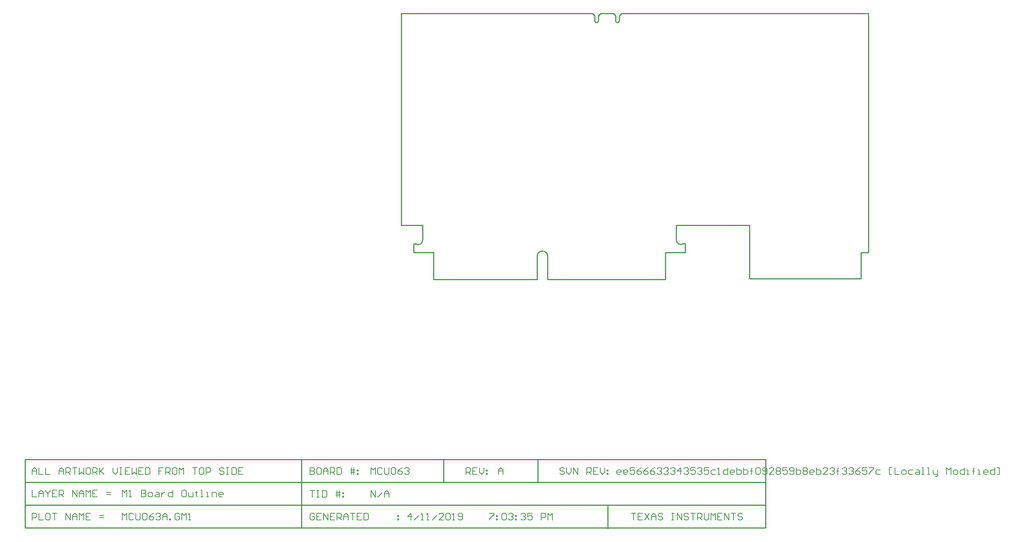
<source format=gm1>
G04*
G04 #@! TF.GenerationSoftware,Altium Limited,Altium Designer,18.1.9 (240)*
G04*
G04 Layer_Color=11296232*
%FSAX25Y25*%
%MOIN*%
G70*
G01*
G75*
%ADD14C,0.00394*%
%ADD15C,0.00800*%
%ADD16C,0.01000*%
G54D14*
X0191079Y0230504D02*
G03*
X0194622Y0230504I0001772J0000000D01*
G01*
X0172378D02*
G03*
X0175921Y0230504I0001772J0000000D01*
G01*
X0000001Y0183378D02*
Y0230622D01*
X0196591Y0237000D02*
X0204169D01*
X0194622Y0235032D02*
X0196591Y0237000D01*
X0189012D02*
X0189110D01*
X0191079Y0235032D01*
X0194622Y0230504D02*
Y0235032D01*
X0191079Y0230504D02*
Y0235032D01*
X0177988Y0237000D02*
X0189012D01*
X0177890D02*
X0177988D01*
X0175921Y0235032D02*
X0177890Y0237000D01*
X0175921Y0230504D02*
Y0235032D01*
X0170409Y0237000D02*
X0172378Y0235032D01*
Y0230504D02*
Y0235032D01*
X0162831Y0237000D02*
X0170409D01*
G54D15*
X-0248386Y-0194578D02*
Y-0188580D01*
X-0246387Y-0190579D01*
X-0244388Y-0188580D01*
Y-0194578D01*
X-0242388D02*
X-0240389D01*
X-0241389D01*
Y-0188580D01*
X-0242388Y-0189579D01*
X-0231392Y-0188580D02*
Y-0194578D01*
X-0228393D01*
X-0227393Y-0193578D01*
Y-0192579D01*
X-0228393Y-0191579D01*
X-0231392D01*
X-0228393D01*
X-0227393Y-0190579D01*
Y-0189579D01*
X-0228393Y-0188580D01*
X-0231392D01*
X-0224394Y-0194578D02*
X-0222395D01*
X-0221395Y-0193578D01*
Y-0191579D01*
X-0222395Y-0190579D01*
X-0224394D01*
X-0225394Y-0191579D01*
Y-0193578D01*
X-0224394Y-0194578D01*
X-0218396Y-0190579D02*
X-0216397D01*
X-0215397Y-0191579D01*
Y-0194578D01*
X-0218396D01*
X-0219396Y-0193578D01*
X-0218396Y-0192579D01*
X-0215397D01*
X-0213398Y-0190579D02*
Y-0194578D01*
Y-0192579D01*
X-0212398Y-0191579D01*
X-0211398Y-0190579D01*
X-0210399D01*
X-0203401Y-0188580D02*
Y-0194578D01*
X-0206400D01*
X-0207400Y-0193578D01*
Y-0191579D01*
X-0206400Y-0190579D01*
X-0203401D01*
X-0192404Y-0188580D02*
X-0194404D01*
X-0195404Y-0189579D01*
Y-0193578D01*
X-0194404Y-0194578D01*
X-0192404D01*
X-0191405Y-0193578D01*
Y-0189579D01*
X-0192404Y-0188580D01*
X-0189406Y-0190579D02*
Y-0193578D01*
X-0188406Y-0194578D01*
X-0185407D01*
Y-0190579D01*
X-0182408Y-0189579D02*
Y-0190579D01*
X-0183407D01*
X-0181408D01*
X-0182408D01*
Y-0193578D01*
X-0181408Y-0194578D01*
X-0178409D02*
X-0176410D01*
X-0177409D01*
Y-0188580D01*
X-0178409D01*
X-0173411Y-0194578D02*
X-0171411D01*
X-0172411D01*
Y-0190579D01*
X-0173411D01*
X-0168412Y-0194578D02*
Y-0190579D01*
X-0165413D01*
X-0164414Y-0191579D01*
Y-0194578D01*
X-0159415D02*
X-0161415D01*
X-0162414Y-0193578D01*
Y-0191579D01*
X-0161415Y-0190579D01*
X-0159415D01*
X-0158415Y-0191579D01*
Y-0192579D01*
X-0162414D01*
X0195113Y-0174295D02*
X0193113D01*
X0192114Y-0173296D01*
Y-0171296D01*
X0193113Y-0170297D01*
X0195113D01*
X0196112Y-0171296D01*
Y-0172296D01*
X0192114D01*
X0201111Y-0174295D02*
X0199111D01*
X0198112Y-0173296D01*
Y-0171296D01*
X0199111Y-0170297D01*
X0201111D01*
X0202110Y-0171296D01*
Y-0172296D01*
X0198112D01*
X0208108Y-0168297D02*
X0204110D01*
Y-0171296D01*
X0206109Y-0170297D01*
X0207109D01*
X0208108Y-0171296D01*
Y-0173296D01*
X0207109Y-0174295D01*
X0205109D01*
X0204110Y-0173296D01*
X0214106Y-0168297D02*
X0212107Y-0169297D01*
X0210108Y-0171296D01*
Y-0173296D01*
X0211107Y-0174295D01*
X0213107D01*
X0214106Y-0173296D01*
Y-0172296D01*
X0213107Y-0171296D01*
X0210108D01*
X0220105Y-0168297D02*
X0218105Y-0169297D01*
X0216106Y-0171296D01*
Y-0173296D01*
X0217106Y-0174295D01*
X0219105D01*
X0220105Y-0173296D01*
Y-0172296D01*
X0219105Y-0171296D01*
X0216106D01*
X0226103Y-0168297D02*
X0224103Y-0169297D01*
X0222104Y-0171296D01*
Y-0173296D01*
X0223104Y-0174295D01*
X0225103D01*
X0226103Y-0173296D01*
Y-0172296D01*
X0225103Y-0171296D01*
X0222104D01*
X0228102Y-0169297D02*
X0229102Y-0168297D01*
X0231101D01*
X0232101Y-0169297D01*
Y-0170297D01*
X0231101Y-0171296D01*
X0230101D01*
X0231101D01*
X0232101Y-0172296D01*
Y-0173296D01*
X0231101Y-0174295D01*
X0229102D01*
X0228102Y-0173296D01*
X0234100Y-0169297D02*
X0235100Y-0168297D01*
X0237099D01*
X0238099Y-0169297D01*
Y-0170297D01*
X0237099Y-0171296D01*
X0236099D01*
X0237099D01*
X0238099Y-0172296D01*
Y-0173296D01*
X0237099Y-0174295D01*
X0235100D01*
X0234100Y-0173296D01*
X0240098Y-0169297D02*
X0241098Y-0168297D01*
X0243097D01*
X0244097Y-0169297D01*
Y-0170297D01*
X0243097Y-0171296D01*
X0242097D01*
X0243097D01*
X0244097Y-0172296D01*
Y-0173296D01*
X0243097Y-0174295D01*
X0241098D01*
X0240098Y-0173296D01*
X0249095Y-0174295D02*
Y-0168297D01*
X0246096Y-0171296D01*
X0250095D01*
X0252094Y-0169297D02*
X0253094Y-0168297D01*
X0255093D01*
X0256093Y-0169297D01*
Y-0170297D01*
X0255093Y-0171296D01*
X0254094D01*
X0255093D01*
X0256093Y-0172296D01*
Y-0173296D01*
X0255093Y-0174295D01*
X0253094D01*
X0252094Y-0173296D01*
X0262091Y-0168297D02*
X0258092D01*
Y-0171296D01*
X0260092Y-0170297D01*
X0261091D01*
X0262091Y-0171296D01*
Y-0173296D01*
X0261091Y-0174295D01*
X0259092D01*
X0258092Y-0173296D01*
X0264090Y-0169297D02*
X0265090Y-0168297D01*
X0267089D01*
X0268089Y-0169297D01*
Y-0170297D01*
X0267089Y-0171296D01*
X0266090D01*
X0267089D01*
X0268089Y-0172296D01*
Y-0173296D01*
X0267089Y-0174295D01*
X0265090D01*
X0264090Y-0173296D01*
X0274087Y-0168297D02*
X0270088D01*
Y-0171296D01*
X0272088Y-0170297D01*
X0273087D01*
X0274087Y-0171296D01*
Y-0173296D01*
X0273087Y-0174295D01*
X0271088D01*
X0270088Y-0173296D01*
X0280085Y-0170297D02*
X0277086D01*
X0276086Y-0171296D01*
Y-0173296D01*
X0277086Y-0174295D01*
X0280085D01*
X0282084D02*
X0284084D01*
X0283084D01*
Y-0168297D01*
X0282084Y-0169297D01*
X0291082Y-0168297D02*
Y-0174295D01*
X0288083D01*
X0287083Y-0173296D01*
Y-0171296D01*
X0288083Y-0170297D01*
X0291082D01*
X0296080Y-0174295D02*
X0294081D01*
X0293081Y-0173296D01*
Y-0171296D01*
X0294081Y-0170297D01*
X0296080D01*
X0297080Y-0171296D01*
Y-0172296D01*
X0293081D01*
X0299079Y-0168297D02*
Y-0174295D01*
X0302078D01*
X0303078Y-0173296D01*
Y-0172296D01*
Y-0171296D01*
X0302078Y-0170297D01*
X0299079D01*
X0305077Y-0168297D02*
Y-0174295D01*
X0308076D01*
X0309076Y-0173296D01*
Y-0172296D01*
Y-0171296D01*
X0308076Y-0170297D01*
X0305077D01*
X0312075Y-0174295D02*
Y-0169297D01*
Y-0171296D01*
X0311075D01*
X0313074D01*
X0312075D01*
Y-0169297D01*
X0313074Y-0168297D01*
X0316073Y-0169297D02*
X0317073Y-0168297D01*
X0319073D01*
X0320072Y-0169297D01*
Y-0173296D01*
X0319073Y-0174295D01*
X0317073D01*
X0316073Y-0173296D01*
Y-0169297D01*
X0322072Y-0173296D02*
X0323071Y-0174295D01*
X0325071D01*
X0326070Y-0173296D01*
Y-0169297D01*
X0325071Y-0168297D01*
X0323071D01*
X0322072Y-0169297D01*
Y-0170297D01*
X0323071Y-0171296D01*
X0326070D01*
X0332068Y-0174295D02*
X0328070D01*
X0332068Y-0170297D01*
Y-0169297D01*
X0331069Y-0168297D01*
X0329069D01*
X0328070Y-0169297D01*
X0334068D02*
X0335067Y-0168297D01*
X0337067D01*
X0338066Y-0169297D01*
Y-0170297D01*
X0337067Y-0171296D01*
X0338066Y-0172296D01*
Y-0173296D01*
X0337067Y-0174295D01*
X0335067D01*
X0334068Y-0173296D01*
Y-0172296D01*
X0335067Y-0171296D01*
X0334068Y-0170297D01*
Y-0169297D01*
X0335067Y-0171296D02*
X0337067D01*
X0344064Y-0168297D02*
X0340066D01*
Y-0171296D01*
X0342065Y-0170297D01*
X0343065D01*
X0344064Y-0171296D01*
Y-0173296D01*
X0343065Y-0174295D01*
X0341065D01*
X0340066Y-0173296D01*
X0346064D02*
X0347063Y-0174295D01*
X0349063D01*
X0350062Y-0173296D01*
Y-0169297D01*
X0349063Y-0168297D01*
X0347063D01*
X0346064Y-0169297D01*
Y-0170297D01*
X0347063Y-0171296D01*
X0350062D01*
X0352062Y-0168297D02*
Y-0174295D01*
X0355061D01*
X0356061Y-0173296D01*
Y-0172296D01*
Y-0171296D01*
X0355061Y-0170297D01*
X0352062D01*
X0358060Y-0169297D02*
X0359060Y-0168297D01*
X0361059D01*
X0362059Y-0169297D01*
Y-0170297D01*
X0361059Y-0171296D01*
X0362059Y-0172296D01*
Y-0173296D01*
X0361059Y-0174295D01*
X0359060D01*
X0358060Y-0173296D01*
Y-0172296D01*
X0359060Y-0171296D01*
X0358060Y-0170297D01*
Y-0169297D01*
X0359060Y-0171296D02*
X0361059D01*
X0367057Y-0174295D02*
X0365058D01*
X0364058Y-0173296D01*
Y-0171296D01*
X0365058Y-0170297D01*
X0367057D01*
X0368057Y-0171296D01*
Y-0172296D01*
X0364058D01*
X0370056Y-0168297D02*
Y-0174295D01*
X0373055D01*
X0374055Y-0173296D01*
Y-0172296D01*
Y-0171296D01*
X0373055Y-0170297D01*
X0370056D01*
X0380053Y-0174295D02*
X0376054D01*
X0380053Y-0170297D01*
Y-0169297D01*
X0379053Y-0168297D01*
X0377054D01*
X0376054Y-0169297D01*
X0382052D02*
X0383052Y-0168297D01*
X0385051D01*
X0386051Y-0169297D01*
Y-0170297D01*
X0385051Y-0171296D01*
X0384051D01*
X0385051D01*
X0386051Y-0172296D01*
Y-0173296D01*
X0385051Y-0174295D01*
X0383052D01*
X0382052Y-0173296D01*
X0389050Y-0174295D02*
Y-0169297D01*
Y-0171296D01*
X0388050D01*
X0390050D01*
X0389050D01*
Y-0169297D01*
X0390050Y-0168297D01*
X0393049Y-0169297D02*
X0394048Y-0168297D01*
X0396048D01*
X0397047Y-0169297D01*
Y-0170297D01*
X0396048Y-0171296D01*
X0395048D01*
X0396048D01*
X0397047Y-0172296D01*
Y-0173296D01*
X0396048Y-0174295D01*
X0394048D01*
X0393049Y-0173296D01*
X0399047Y-0169297D02*
X0400046Y-0168297D01*
X0402046D01*
X0403045Y-0169297D01*
Y-0170297D01*
X0402046Y-0171296D01*
X0401046D01*
X0402046D01*
X0403045Y-0172296D01*
Y-0173296D01*
X0402046Y-0174295D01*
X0400046D01*
X0399047Y-0173296D01*
X0409043Y-0168297D02*
X0407044Y-0169297D01*
X0405045Y-0171296D01*
Y-0173296D01*
X0406044Y-0174295D01*
X0408044D01*
X0409043Y-0173296D01*
Y-0172296D01*
X0408044Y-0171296D01*
X0405045D01*
X0415041Y-0168297D02*
X0411043D01*
Y-0171296D01*
X0413042Y-0170297D01*
X0414042D01*
X0415041Y-0171296D01*
Y-0173296D01*
X0414042Y-0174295D01*
X0412043D01*
X0411043Y-0173296D01*
X0417041Y-0168297D02*
X0421039D01*
Y-0169297D01*
X0417041Y-0173296D01*
Y-0174295D01*
X0427038Y-0170297D02*
X0424039D01*
X0423039Y-0171296D01*
Y-0173296D01*
X0424039Y-0174295D01*
X0427038D01*
X0437034D02*
X0435035D01*
Y-0168297D01*
X0437034D01*
X0440033D02*
Y-0174295D01*
X0444032D01*
X0447031D02*
X0449030D01*
X0450030Y-0173296D01*
Y-0171296D01*
X0449030Y-0170297D01*
X0447031D01*
X0446032Y-0171296D01*
Y-0173296D01*
X0447031Y-0174295D01*
X0456028Y-0170297D02*
X0453029D01*
X0452030Y-0171296D01*
Y-0173296D01*
X0453029Y-0174295D01*
X0456028D01*
X0459027Y-0170297D02*
X0461027D01*
X0462026Y-0171296D01*
Y-0174295D01*
X0459027D01*
X0458028Y-0173296D01*
X0459027Y-0172296D01*
X0462026D01*
X0464026Y-0174295D02*
X0466025D01*
X0465025D01*
Y-0168297D01*
X0464026D01*
X0469024Y-0174295D02*
X0471023D01*
X0470024D01*
Y-0168297D01*
X0469024D01*
X0474022Y-0170297D02*
Y-0173296D01*
X0475022Y-0174295D01*
X0478021D01*
Y-0175295D01*
X0477021Y-0176295D01*
X0476022D01*
X0478021Y-0174295D02*
Y-0170297D01*
X0486019Y-0174295D02*
Y-0168297D01*
X0488018Y-0170297D01*
X0490017Y-0168297D01*
Y-0174295D01*
X0493016D02*
X0495016D01*
X0496015Y-0173296D01*
Y-0171296D01*
X0495016Y-0170297D01*
X0493016D01*
X0492017Y-0171296D01*
Y-0173296D01*
X0493016Y-0174295D01*
X0502013Y-0168297D02*
Y-0174295D01*
X0499014D01*
X0498015Y-0173296D01*
Y-0171296D01*
X0499014Y-0170297D01*
X0502013D01*
X0504013Y-0174295D02*
X0506012D01*
X0505012D01*
Y-0170297D01*
X0504013D01*
X0510011Y-0174295D02*
Y-0169297D01*
Y-0171296D01*
X0509011D01*
X0511010D01*
X0510011D01*
Y-0169297D01*
X0511010Y-0168297D01*
X0514010Y-0174295D02*
X0516009D01*
X0515009D01*
Y-0170297D01*
X0514010D01*
X0522007Y-0174295D02*
X0520008D01*
X0519008Y-0173296D01*
Y-0171296D01*
X0520008Y-0170297D01*
X0522007D01*
X0523006Y-0171296D01*
Y-0172296D01*
X0519008D01*
X0529005Y-0168297D02*
Y-0174295D01*
X0526006D01*
X0525006Y-0173296D01*
Y-0171296D01*
X0526006Y-0170297D01*
X0529005D01*
X0531004Y-0174295D02*
X0533003D01*
Y-0168297D01*
X0531004D01*
X0145512Y-0169297D02*
X0144513Y-0168297D01*
X0142513D01*
X0141514Y-0169297D01*
Y-0170297D01*
X0142513Y-0171296D01*
X0144513D01*
X0145512Y-0172296D01*
Y-0173296D01*
X0144513Y-0174295D01*
X0142513D01*
X0141514Y-0173296D01*
X0147512Y-0168297D02*
Y-0172296D01*
X0149511Y-0174295D01*
X0151510Y-0172296D01*
Y-0168297D01*
X0153510Y-0174295D02*
Y-0168297D01*
X0157508Y-0174295D01*
Y-0168297D01*
X0165506Y-0174295D02*
Y-0168297D01*
X0168505D01*
X0169504Y-0169297D01*
Y-0171296D01*
X0168505Y-0172296D01*
X0165506D01*
X0167505D02*
X0169504Y-0174295D01*
X0175503Y-0168297D02*
X0171504D01*
Y-0174295D01*
X0175503D01*
X0171504Y-0171296D02*
X0173503D01*
X0177502Y-0168297D02*
Y-0172296D01*
X0179501Y-0174295D01*
X0181501Y-0172296D01*
Y-0168297D01*
X0183500Y-0170297D02*
X0184500D01*
Y-0171296D01*
X0183500D01*
Y-0170297D01*
Y-0173296D02*
X0184500D01*
Y-0174295D01*
X0183500D01*
Y-0173296D01*
X0057714Y-0174295D02*
Y-0168297D01*
X0060713D01*
X0061712Y-0169297D01*
Y-0171296D01*
X0060713Y-0172296D01*
X0057714D01*
X0059713D02*
X0061712Y-0174295D01*
X0067710Y-0168297D02*
X0063712D01*
Y-0174295D01*
X0067710D01*
X0063712Y-0171296D02*
X0065711D01*
X0069710Y-0168297D02*
Y-0172296D01*
X0071709Y-0174295D01*
X0073708Y-0172296D01*
Y-0168297D01*
X0075708Y-0170297D02*
X0076708D01*
Y-0171296D01*
X0075708D01*
Y-0170297D01*
Y-0173296D02*
X0076708D01*
Y-0174295D01*
X0075708D01*
Y-0173296D01*
X-0248386Y-0215162D02*
Y-0209164D01*
X-0246387Y-0211163D01*
X-0244388Y-0209164D01*
Y-0215162D01*
X-0238390Y-0210164D02*
X-0239389Y-0209164D01*
X-0241389D01*
X-0242388Y-0210164D01*
Y-0214162D01*
X-0241389Y-0215162D01*
X-0239389D01*
X-0238390Y-0214162D01*
X-0236390Y-0209164D02*
Y-0214162D01*
X-0235391Y-0215162D01*
X-0233391D01*
X-0232392Y-0214162D01*
Y-0209164D01*
X-0230392Y-0210164D02*
X-0229393Y-0209164D01*
X-0227393D01*
X-0226394Y-0210164D01*
Y-0214162D01*
X-0227393Y-0215162D01*
X-0229393D01*
X-0230392Y-0214162D01*
Y-0210164D01*
X-0220395Y-0209164D02*
X-0222395Y-0210164D01*
X-0224394Y-0212163D01*
Y-0214162D01*
X-0223394Y-0215162D01*
X-0221395D01*
X-0220395Y-0214162D01*
Y-0213163D01*
X-0221395Y-0212163D01*
X-0224394D01*
X-0218396Y-0210164D02*
X-0217396Y-0209164D01*
X-0215397D01*
X-0214397Y-0210164D01*
Y-0211163D01*
X-0215397Y-0212163D01*
X-0216397D01*
X-0215397D01*
X-0214397Y-0213163D01*
Y-0214162D01*
X-0215397Y-0215162D01*
X-0217396D01*
X-0218396Y-0214162D01*
X-0212398Y-0215162D02*
Y-0211163D01*
X-0210399Y-0209164D01*
X-0208399Y-0211163D01*
Y-0215162D01*
Y-0212163D01*
X-0212398D01*
X-0206400Y-0215162D02*
Y-0214162D01*
X-0205400D01*
Y-0215162D01*
X-0206400D01*
X-0197403Y-0210164D02*
X-0198403Y-0209164D01*
X-0200402D01*
X-0201402Y-0210164D01*
Y-0214162D01*
X-0200402Y-0215162D01*
X-0198403D01*
X-0197403Y-0214162D01*
Y-0212163D01*
X-0199402D01*
X-0195404Y-0215162D02*
Y-0209164D01*
X-0193404Y-0211163D01*
X-0191405Y-0209164D01*
Y-0215162D01*
X-0189406D02*
X-0187406D01*
X-0188406D01*
Y-0209164D01*
X-0189406Y-0210164D01*
X0008863Y-0215162D02*
Y-0209164D01*
X0005864Y-0212163D01*
X0009862D01*
X0011862Y-0215162D02*
X0015860Y-0211163D01*
X0017860Y-0215162D02*
X0019859D01*
X0018859D01*
Y-0209164D01*
X0017860Y-0210164D01*
X0022858Y-0215162D02*
X0024858D01*
X0023858D01*
Y-0209164D01*
X0022858Y-0210164D01*
X0027856Y-0215162D02*
X0031855Y-0211163D01*
X0037853Y-0215162D02*
X0033854D01*
X0037853Y-0211163D01*
Y-0210164D01*
X0036854Y-0209164D01*
X0034854D01*
X0033854Y-0210164D01*
X0039853D02*
X0040852Y-0209164D01*
X0042852D01*
X0043851Y-0210164D01*
Y-0214162D01*
X0042852Y-0215162D01*
X0040852D01*
X0039853Y-0214162D01*
Y-0210164D01*
X0045851Y-0215162D02*
X0047850D01*
X0046850D01*
Y-0209164D01*
X0045851Y-0210164D01*
X0050849Y-0214162D02*
X0051849Y-0215162D01*
X0053848D01*
X0054848Y-0214162D01*
Y-0210164D01*
X0053848Y-0209164D01*
X0051849D01*
X0050849Y-0210164D01*
Y-0211163D01*
X0051849Y-0212163D01*
X0054848D01*
X-0077088Y-0210164D02*
X-0078087Y-0209164D01*
X-0080087D01*
X-0081086Y-0210164D01*
Y-0214162D01*
X-0080087Y-0215162D01*
X-0078087D01*
X-0077088Y-0214162D01*
Y-0212163D01*
X-0079087D01*
X-0071090Y-0209164D02*
X-0075088D01*
Y-0215162D01*
X-0071090D01*
X-0075088Y-0212163D02*
X-0073089D01*
X-0069090Y-0215162D02*
Y-0209164D01*
X-0065092Y-0215162D01*
Y-0209164D01*
X-0059093D02*
X-0063092D01*
Y-0215162D01*
X-0059093D01*
X-0063092Y-0212163D02*
X-0061093D01*
X-0057094Y-0215162D02*
Y-0209164D01*
X-0054095D01*
X-0053096Y-0210164D01*
Y-0212163D01*
X-0054095Y-0213163D01*
X-0057094D01*
X-0055095D02*
X-0053096Y-0215162D01*
X-0051096D02*
Y-0211163D01*
X-0049097Y-0209164D01*
X-0047097Y-0211163D01*
Y-0215162D01*
Y-0212163D01*
X-0051096D01*
X-0045098Y-0209164D02*
X-0041099D01*
X-0043099D01*
Y-0215162D01*
X-0035101Y-0209164D02*
X-0039100D01*
Y-0215162D01*
X-0035101D01*
X-0039100Y-0212163D02*
X-0037101D01*
X-0033102Y-0209164D02*
Y-0215162D01*
X-0030103D01*
X-0029103Y-0214162D01*
Y-0210164D01*
X-0030103Y-0209164D01*
X-0033102D01*
X-0003112Y-0211163D02*
X-0002112D01*
Y-0212163D01*
X-0003112D01*
Y-0211163D01*
Y-0214162D02*
X-0002112D01*
Y-0215162D01*
X-0003112D01*
Y-0214162D01*
X-0328936Y-0174295D02*
Y-0170297D01*
X-0326937Y-0168297D01*
X-0324938Y-0170297D01*
Y-0174295D01*
Y-0171296D01*
X-0328936D01*
X-0322938Y-0168297D02*
Y-0174295D01*
X-0318940D01*
X-0316940Y-0168297D02*
Y-0174295D01*
X-0312942D01*
X-0304944D02*
Y-0170297D01*
X-0302945Y-0168297D01*
X-0300945Y-0170297D01*
Y-0174295D01*
Y-0171296D01*
X-0304944D01*
X-0298946Y-0174295D02*
Y-0168297D01*
X-0295947D01*
X-0294947Y-0169297D01*
Y-0171296D01*
X-0295947Y-0172296D01*
X-0298946D01*
X-0296947D02*
X-0294947Y-0174295D01*
X-0292948Y-0168297D02*
X-0288949D01*
X-0290949D01*
Y-0174295D01*
X-0286950Y-0168297D02*
Y-0174295D01*
X-0284951Y-0172296D01*
X-0282951Y-0174295D01*
Y-0168297D01*
X-0277953D02*
X-0279952D01*
X-0280952Y-0169297D01*
Y-0173296D01*
X-0279952Y-0174295D01*
X-0277953D01*
X-0276953Y-0173296D01*
Y-0169297D01*
X-0277953Y-0168297D01*
X-0274954Y-0174295D02*
Y-0168297D01*
X-0271955D01*
X-0270955Y-0169297D01*
Y-0171296D01*
X-0271955Y-0172296D01*
X-0274954D01*
X-0272955D02*
X-0270955Y-0174295D01*
X-0268956Y-0168297D02*
Y-0174295D01*
Y-0172296D01*
X-0264957Y-0168297D01*
X-0267956Y-0171296D01*
X-0264957Y-0174295D01*
X-0256960Y-0168297D02*
Y-0172296D01*
X-0254960Y-0174295D01*
X-0252961Y-0172296D01*
Y-0168297D01*
X-0250962D02*
X-0248962D01*
X-0249962D01*
Y-0174295D01*
X-0250962D01*
X-0248962D01*
X-0241965Y-0168297D02*
X-0245963D01*
Y-0174295D01*
X-0241965D01*
X-0245963Y-0171296D02*
X-0243964D01*
X-0239965Y-0168297D02*
Y-0174295D01*
X-0237966Y-0172296D01*
X-0235966Y-0174295D01*
Y-0168297D01*
X-0229968D02*
X-0233967D01*
Y-0174295D01*
X-0229968D01*
X-0233967Y-0171296D02*
X-0231968D01*
X-0227969Y-0168297D02*
Y-0174295D01*
X-0224970D01*
X-0223970Y-0173296D01*
Y-0169297D01*
X-0224970Y-0168297D01*
X-0227969D01*
X-0211974D02*
X-0215973D01*
Y-0171296D01*
X-0213974D01*
X-0215973D01*
Y-0174295D01*
X-0209975D02*
Y-0168297D01*
X-0206976D01*
X-0205976Y-0169297D01*
Y-0171296D01*
X-0206976Y-0172296D01*
X-0209975D01*
X-0207976D02*
X-0205976Y-0174295D01*
X-0200978Y-0168297D02*
X-0202977D01*
X-0203977Y-0169297D01*
Y-0173296D01*
X-0202977Y-0174295D01*
X-0200978D01*
X-0199978Y-0173296D01*
Y-0169297D01*
X-0200978Y-0168297D01*
X-0197979Y-0174295D02*
Y-0168297D01*
X-0195979Y-0170297D01*
X-0193980Y-0168297D01*
Y-0174295D01*
X-0185983Y-0168297D02*
X-0181984D01*
X-0183983D01*
Y-0174295D01*
X-0176986Y-0168297D02*
X-0178985D01*
X-0179985Y-0169297D01*
Y-0173296D01*
X-0178985Y-0174295D01*
X-0176986D01*
X-0175986Y-0173296D01*
Y-0169297D01*
X-0176986Y-0168297D01*
X-0173986Y-0174295D02*
Y-0168297D01*
X-0170987D01*
X-0169988Y-0169297D01*
Y-0171296D01*
X-0170987Y-0172296D01*
X-0173986D01*
X-0157992Y-0169297D02*
X-0158991Y-0168297D01*
X-0160991D01*
X-0161990Y-0169297D01*
Y-0170297D01*
X-0160991Y-0171296D01*
X-0158991D01*
X-0157992Y-0172296D01*
Y-0173296D01*
X-0158991Y-0174295D01*
X-0160991D01*
X-0161990Y-0173296D01*
X-0155992Y-0168297D02*
X-0153993D01*
X-0154993D01*
Y-0174295D01*
X-0155992D01*
X-0153993D01*
X-0150994Y-0168297D02*
Y-0174295D01*
X-0147995D01*
X-0146995Y-0173296D01*
Y-0169297D01*
X-0147995Y-0168297D01*
X-0150994D01*
X-0140997D02*
X-0144996D01*
Y-0174295D01*
X-0140997D01*
X-0144996Y-0171296D02*
X-0142997D01*
X0086864Y-0174295D02*
Y-0170297D01*
X0088863Y-0168297D01*
X0090862Y-0170297D01*
Y-0174295D01*
Y-0171296D01*
X0086864D01*
X-0026736Y-0174295D02*
Y-0168297D01*
X-0024737Y-0170297D01*
X-0022738Y-0168297D01*
Y-0174295D01*
X-0016740Y-0169297D02*
X-0017739Y-0168297D01*
X-0019739D01*
X-0020738Y-0169297D01*
Y-0173296D01*
X-0019739Y-0174295D01*
X-0017739D01*
X-0016740Y-0173296D01*
X-0014740Y-0168297D02*
Y-0173296D01*
X-0013741Y-0174295D01*
X-0011741D01*
X-0010742Y-0173296D01*
Y-0168297D01*
X-0008742Y-0169297D02*
X-0007743Y-0168297D01*
X-0005743D01*
X-0004744Y-0169297D01*
Y-0173296D01*
X-0005743Y-0174295D01*
X-0007743D01*
X-0008742Y-0173296D01*
Y-0169297D01*
X0001255Y-0168297D02*
X-0000745Y-0169297D01*
X-0002744Y-0171296D01*
Y-0173296D01*
X-0001744Y-0174295D01*
X0000255D01*
X0001255Y-0173296D01*
Y-0172296D01*
X0000255Y-0171296D01*
X-0002744D01*
X0003254Y-0169297D02*
X0004254Y-0168297D01*
X0006253D01*
X0007253Y-0169297D01*
Y-0170297D01*
X0006253Y-0171296D01*
X0005253D01*
X0006253D01*
X0007253Y-0172296D01*
Y-0173296D01*
X0006253Y-0174295D01*
X0004254D01*
X0003254Y-0173296D01*
X-0081286Y-0168297D02*
Y-0174295D01*
X-0078287D01*
X-0077288Y-0173296D01*
Y-0172296D01*
X-0078287Y-0171296D01*
X-0081286D01*
X-0078287D01*
X-0077288Y-0170297D01*
Y-0169297D01*
X-0078287Y-0168297D01*
X-0081286D01*
X-0072289D02*
X-0074289D01*
X-0075288Y-0169297D01*
Y-0173296D01*
X-0074289Y-0174295D01*
X-0072289D01*
X-0071290Y-0173296D01*
Y-0169297D01*
X-0072289Y-0168297D01*
X-0069290Y-0174295D02*
Y-0170297D01*
X-0067291Y-0168297D01*
X-0065292Y-0170297D01*
Y-0174295D01*
Y-0171296D01*
X-0069290D01*
X-0063292Y-0174295D02*
Y-0168297D01*
X-0060293D01*
X-0059294Y-0169297D01*
Y-0171296D01*
X-0060293Y-0172296D01*
X-0063292D01*
X-0061293D02*
X-0059294Y-0174295D01*
X-0057294Y-0168297D02*
Y-0174295D01*
X-0054295D01*
X-0053295Y-0173296D01*
Y-0169297D01*
X-0054295Y-0168297D01*
X-0057294D01*
X-0044298Y-0174295D02*
Y-0168297D01*
X-0042299D02*
Y-0174295D01*
X-0045298Y-0170297D02*
X-0042299D01*
X-0041299D01*
X-0045298Y-0172296D02*
X-0041299D01*
X-0039300Y-0170297D02*
X-0038300D01*
Y-0171296D01*
X-0039300D01*
Y-0170297D01*
Y-0173296D02*
X-0038300D01*
Y-0174295D01*
X-0039300D01*
Y-0173296D01*
X-0328936Y-0188580D02*
Y-0194578D01*
X-0324938D01*
X-0322938D02*
Y-0190579D01*
X-0320939Y-0188580D01*
X-0318940Y-0190579D01*
Y-0194578D01*
Y-0191579D01*
X-0322938D01*
X-0316940Y-0188580D02*
Y-0189579D01*
X-0314941Y-0191579D01*
X-0312942Y-0189579D01*
Y-0188580D01*
X-0314941Y-0191579D02*
Y-0194578D01*
X-0306943Y-0188580D02*
X-0310942D01*
Y-0194578D01*
X-0306943D01*
X-0310942Y-0191579D02*
X-0308943D01*
X-0304944Y-0194578D02*
Y-0188580D01*
X-0301945D01*
X-0300945Y-0189579D01*
Y-0191579D01*
X-0301945Y-0192579D01*
X-0304944D01*
X-0302945D02*
X-0300945Y-0194578D01*
X-0292948D02*
Y-0188580D01*
X-0288949Y-0194578D01*
Y-0188580D01*
X-0286950Y-0194578D02*
Y-0190579D01*
X-0284951Y-0188580D01*
X-0282951Y-0190579D01*
Y-0194578D01*
Y-0191579D01*
X-0286950D01*
X-0280952Y-0194578D02*
Y-0188580D01*
X-0278953Y-0190579D01*
X-0276953Y-0188580D01*
Y-0194578D01*
X-0270955Y-0188580D02*
X-0274954D01*
Y-0194578D01*
X-0270955D01*
X-0274954Y-0191579D02*
X-0272955D01*
X-0262958Y-0192579D02*
X-0258959D01*
X-0262958Y-0190579D02*
X-0258959D01*
X-0328936Y-0215162D02*
Y-0209164D01*
X-0325937D01*
X-0324938Y-0210164D01*
Y-0212163D01*
X-0325937Y-0213163D01*
X-0328936D01*
X-0322938Y-0209164D02*
Y-0215162D01*
X-0318940D01*
X-0313941Y-0209164D02*
X-0315941D01*
X-0316940Y-0210164D01*
Y-0214162D01*
X-0315941Y-0215162D01*
X-0313941D01*
X-0312942Y-0214162D01*
Y-0210164D01*
X-0313941Y-0209164D01*
X-0310942D02*
X-0306943D01*
X-0308943D01*
Y-0215162D01*
X-0298946D02*
Y-0209164D01*
X-0294947Y-0215162D01*
Y-0209164D01*
X-0292948Y-0215162D02*
Y-0211163D01*
X-0290949Y-0209164D01*
X-0288949Y-0211163D01*
Y-0215162D01*
Y-0212163D01*
X-0292948D01*
X-0286950Y-0215162D02*
Y-0209164D01*
X-0284951Y-0211163D01*
X-0282951Y-0209164D01*
Y-0215162D01*
X-0276953Y-0209164D02*
X-0280952D01*
Y-0215162D01*
X-0276953D01*
X-0280952Y-0212163D02*
X-0278953D01*
X-0268956Y-0213163D02*
X-0264957D01*
X-0268956Y-0211163D02*
X-0264957D01*
X0078764Y-0209164D02*
X0082762D01*
Y-0210164D01*
X0078764Y-0214162D01*
Y-0215162D01*
X0084762Y-0211163D02*
X0085761D01*
Y-0212163D01*
X0084762D01*
Y-0211163D01*
Y-0214162D02*
X0085761D01*
Y-0215162D01*
X0084762D01*
Y-0214162D01*
X0089760Y-0210164D02*
X0090760Y-0209164D01*
X0092759D01*
X0093759Y-0210164D01*
Y-0214162D01*
X0092759Y-0215162D01*
X0090760D01*
X0089760Y-0214162D01*
Y-0210164D01*
X0095758D02*
X0096758Y-0209164D01*
X0098757D01*
X0099757Y-0210164D01*
Y-0211163D01*
X0098757Y-0212163D01*
X0097757D01*
X0098757D01*
X0099757Y-0213163D01*
Y-0214162D01*
X0098757Y-0215162D01*
X0096758D01*
X0095758Y-0214162D01*
X0101756Y-0211163D02*
X0102756D01*
Y-0212163D01*
X0101756D01*
Y-0211163D01*
Y-0214162D02*
X0102756D01*
Y-0215162D01*
X0101756D01*
Y-0214162D01*
X0106755Y-0210164D02*
X0107754Y-0209164D01*
X0109754D01*
X0110753Y-0210164D01*
Y-0211163D01*
X0109754Y-0212163D01*
X0108754D01*
X0109754D01*
X0110753Y-0213163D01*
Y-0214162D01*
X0109754Y-0215162D01*
X0107754D01*
X0106755Y-0214162D01*
X0116751Y-0209164D02*
X0112753D01*
Y-0212163D01*
X0114752Y-0211163D01*
X0115752D01*
X0116751Y-0212163D01*
Y-0214162D01*
X0115752Y-0215162D01*
X0113752D01*
X0112753Y-0214162D01*
X0124749Y-0215162D02*
Y-0209164D01*
X0127748D01*
X0128747Y-0210164D01*
Y-0212163D01*
X0127748Y-0213163D01*
X0124749D01*
X0130747Y-0215162D02*
Y-0209164D01*
X0132746Y-0211163D01*
X0134746Y-0209164D01*
Y-0215162D01*
X0205214Y-0209164D02*
X0209212D01*
X0207213D01*
Y-0215162D01*
X0215210Y-0209164D02*
X0211212D01*
Y-0215162D01*
X0215210D01*
X0211212Y-0212163D02*
X0213211D01*
X0217210Y-0209164D02*
X0221208Y-0215162D01*
Y-0209164D02*
X0217210Y-0215162D01*
X0223208D02*
Y-0211163D01*
X0225207Y-0209164D01*
X0227206Y-0211163D01*
Y-0215162D01*
Y-0212163D01*
X0223208D01*
X0233205Y-0210164D02*
X0232205Y-0209164D01*
X0230205D01*
X0229206Y-0210164D01*
Y-0211163D01*
X0230205Y-0212163D01*
X0232205D01*
X0233205Y-0213163D01*
Y-0214162D01*
X0232205Y-0215162D01*
X0230205D01*
X0229206Y-0214162D01*
X0241202Y-0209164D02*
X0243201D01*
X0242202D01*
Y-0215162D01*
X0241202D01*
X0243201D01*
X0246200D02*
Y-0209164D01*
X0250199Y-0215162D01*
Y-0209164D01*
X0256197Y-0210164D02*
X0255197Y-0209164D01*
X0253198D01*
X0252198Y-0210164D01*
Y-0211163D01*
X0253198Y-0212163D01*
X0255197D01*
X0256197Y-0213163D01*
Y-0214162D01*
X0255197Y-0215162D01*
X0253198D01*
X0252198Y-0214162D01*
X0258196Y-0209164D02*
X0262195D01*
X0260196D01*
Y-0215162D01*
X0264194D02*
Y-0209164D01*
X0267194D01*
X0268193Y-0210164D01*
Y-0212163D01*
X0267194Y-0213163D01*
X0264194D01*
X0266194D02*
X0268193Y-0215162D01*
X0270193Y-0209164D02*
Y-0214162D01*
X0271192Y-0215162D01*
X0273192D01*
X0274191Y-0214162D01*
Y-0209164D01*
X0276191Y-0215162D02*
Y-0209164D01*
X0278190Y-0211163D01*
X0280189Y-0209164D01*
Y-0215162D01*
X0286187Y-0209164D02*
X0282189D01*
Y-0215162D01*
X0286187D01*
X0282189Y-0212163D02*
X0284188D01*
X0288187Y-0215162D02*
Y-0209164D01*
X0292185Y-0215162D01*
Y-0209164D01*
X0294185D02*
X0298183D01*
X0296184D01*
Y-0215162D01*
X0304182Y-0210164D02*
X0303182Y-0209164D01*
X0301183D01*
X0300183Y-0210164D01*
Y-0211163D01*
X0301183Y-0212163D01*
X0303182D01*
X0304182Y-0213163D01*
Y-0214162D01*
X0303182Y-0215162D01*
X0301183D01*
X0300183Y-0214162D01*
X-0081286Y-0188630D02*
X-0077288D01*
X-0079287D01*
Y-0194629D01*
X-0075288Y-0188630D02*
X-0073289D01*
X-0074289D01*
Y-0194629D01*
X-0075288D01*
X-0073289D01*
X-0070290Y-0188630D02*
Y-0194629D01*
X-0067291D01*
X-0066291Y-0193629D01*
Y-0189630D01*
X-0067291Y-0188630D01*
X-0070290D01*
X-0057294Y-0194629D02*
Y-0188630D01*
X-0055295D02*
Y-0194629D01*
X-0058294Y-0190630D02*
X-0055295D01*
X-0054295D01*
X-0058294Y-0192629D02*
X-0054295D01*
X-0052296Y-0190630D02*
X-0051296D01*
Y-0191630D01*
X-0052296D01*
Y-0190630D01*
Y-0193629D02*
X-0051296D01*
Y-0194629D01*
X-0052296D01*
Y-0193629D01*
X-0026736Y-0194629D02*
Y-0188630D01*
X-0022738Y-0194629D01*
Y-0188630D01*
X-0020738Y-0194629D02*
X-0016740Y-0190630D01*
X-0014740Y-0194629D02*
Y-0190630D01*
X-0012741Y-0188630D01*
X-0010742Y-0190630D01*
Y-0194629D01*
Y-0191630D01*
X-0014740D01*
G54D16*
X0130611Y0020124D02*
G03*
X0121162Y0020124I-0004724J0000000D01*
G01*
X0245348Y0034600D02*
G03*
X0251598Y0031500I0003900J0000012D01*
G01*
X0012898Y0031400D02*
G03*
X0019148Y0034703I0002355J0003109D01*
G01*
X0172440Y0230459D02*
G03*
X0175917Y0230460I0001739J-0000021D01*
G01*
X0192800Y0228700D02*
G03*
X0194618Y0230460I0000029J0001789D01*
G01*
X0191074D02*
G03*
X0192800Y0228700I0001743J-0000017D01*
G01*
X0028918Y-0000349D02*
Y0023273D01*
Y-0000349D02*
X0121162D01*
X0130611D02*
X0235550Y-0000350D01*
X0121162Y-0000349D02*
Y0020124D01*
X0130611Y-0000349D02*
Y0020124D01*
X0235498Y0023600D02*
X0235550Y-0000350D01*
X0000001Y0048000D02*
X0019098D01*
Y0034700D02*
Y0048000D01*
X0011298Y0023600D02*
Y0031400D01*
X0012898D01*
X0011298Y0023600D02*
X0028998D01*
X0245298Y0044359D02*
Y0048000D01*
X0235498Y0023600D02*
X0253198D01*
Y0031500D01*
X0251598D02*
X0253198D01*
X0245298Y0034600D02*
Y0044359D01*
Y0048000D02*
X0310329D01*
Y0000400D02*
Y0048000D01*
Y0000400D02*
X0409857D01*
Y0023610D01*
X0416398D01*
X-0000000Y0048000D02*
Y0236999D01*
X0416398Y0023610D02*
Y0237000D01*
X-0000000Y0236999D02*
X0170362D01*
X0172373Y0234988D01*
X0175917D02*
X0177885Y0236956D01*
X0189106D01*
X0191074Y0234988D01*
X0194618D02*
X0196630Y0237000D01*
X0416398D01*
X0172373Y0230460D02*
Y0234988D01*
X0175917Y0230460D02*
Y0234988D01*
X0194618Y0230460D02*
Y0234988D01*
X0191074Y0230460D02*
Y0234988D01*
X0175917Y0230460D02*
X0175917Y0230460D01*
X0121914Y-0181412D02*
Y-0161079D01*
X0037914Y-0181412D02*
Y-0161079D01*
X-0335286Y-0181412D02*
X0324914D01*
X-0335286Y-0201745D02*
X0324714D01*
X-0335286Y-0222079D02*
X0065214D01*
X-0335236Y-0161079D02*
X0324914D01*
X-0335236Y-0222079D02*
Y-0161079D01*
Y-0222079D02*
X-0177686D01*
X-0335286D02*
Y-0161079D01*
X-0088786Y-0222079D02*
Y-0161079D01*
X0324914Y-0222079D02*
Y-0161079D01*
X0065214Y-0222079D02*
X0324914D01*
X0184114Y-0222729D02*
Y-0202445D01*
M02*

</source>
